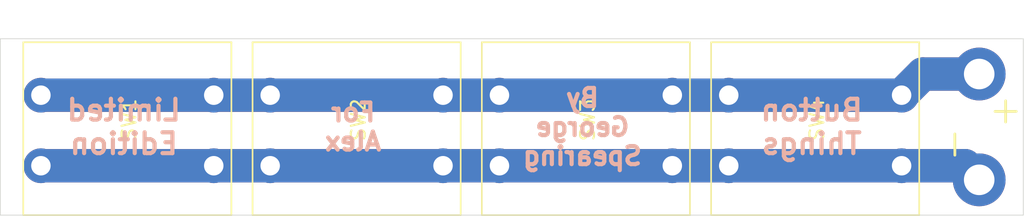
<source format=kicad_pcb>
(kicad_pcb (version 20171130) (host pcbnew 5.1.7-a382d34a8~88~ubuntu18.04.1)

  (general
    (thickness 1.6)
    (drawings 10)
    (tracks 12)
    (zones 0)
    (modules 6)
    (nets 3)
  )

  (page A4)
  (layers
    (0 F.Cu signal)
    (31 B.Cu signal)
    (32 B.Adhes user)
    (33 F.Adhes user)
    (34 B.Paste user)
    (35 F.Paste user)
    (36 B.SilkS user)
    (37 F.SilkS user)
    (38 B.Mask user)
    (39 F.Mask user)
    (40 Dwgs.User user)
    (41 Cmts.User user)
    (42 Eco1.User user)
    (43 Eco2.User user)
    (44 Edge.Cuts user)
    (45 Margin user)
    (46 B.CrtYd user)
    (47 F.CrtYd user)
    (48 B.Fab user hide)
    (49 F.Fab user hide)
  )

  (setup
    (last_trace_width 0.25)
    (user_trace_width 2.4)
    (trace_clearance 0.2)
    (zone_clearance 0.508)
    (zone_45_only no)
    (trace_min 0.2)
    (via_size 0.8)
    (via_drill 0.4)
    (via_min_size 0.4)
    (via_min_drill 0.3)
    (uvia_size 0.3)
    (uvia_drill 0.1)
    (uvias_allowed no)
    (uvia_min_size 0.2)
    (uvia_min_drill 0.1)
    (edge_width 0.05)
    (segment_width 0.2)
    (pcb_text_width 0.3)
    (pcb_text_size 1.5 1.5)
    (mod_edge_width 0.12)
    (mod_text_size 1 1)
    (mod_text_width 0.15)
    (pad_size 1.524 1.524)
    (pad_drill 0.762)
    (pad_to_mask_clearance 0)
    (aux_axis_origin 0 0)
    (visible_elements FFFFFF7F)
    (pcbplotparams
      (layerselection 0x010fc_ffffffff)
      (usegerberextensions false)
      (usegerberattributes true)
      (usegerberadvancedattributes true)
      (creategerberjobfile true)
      (excludeedgelayer true)
      (linewidth 0.100000)
      (plotframeref false)
      (viasonmask false)
      (mode 1)
      (useauxorigin false)
      (hpglpennumber 1)
      (hpglpenspeed 20)
      (hpglpendiameter 15.000000)
      (psnegative false)
      (psa4output false)
      (plotreference true)
      (plotvalue true)
      (plotinvisibletext false)
      (padsonsilk false)
      (subtractmaskfromsilk false)
      (outputformat 1)
      (mirror false)
      (drillshape 0)
      (scaleselection 1)
      (outputdirectory "Switch_Gerber/"))
  )

  (net 0 "")
  (net 1 "Net-(H1-Pad1)")
  (net 2 "Net-(H2-Pad1)")

  (net_class Default "This is the default net class."
    (clearance 0.2)
    (trace_width 0.25)
    (via_dia 0.8)
    (via_drill 0.4)
    (uvia_dia 0.3)
    (uvia_drill 0.1)
    (add_net "Net-(H1-Pad1)")
    (add_net "Net-(H2-Pad1)")
  )

  (module AERO_CUSTOM:button_12mm (layer F.Cu) (tedit 6073CC24) (tstamp 6074324E)
    (at 142.875 81.28)
    (path /6073F1BE)
    (fp_text reference SW4 (at 3.556 8.382 90) (layer F.SilkS)
      (effects (font (size 1 1) (thickness 0.15)))
    )
    (fp_text value SW_Push_Dual (at 0.508 8.636 90) (layer F.Fab)
      (effects (font (size 1 1) (thickness 0.15)))
    )
    (fp_line (start -4.064 15.24) (end -4.064 2.794) (layer F.SilkS) (width 0.12))
    (fp_line (start 10.922 2.794) (end 10.922 15.24) (layer F.SilkS) (width 0.12))
    (fp_line (start 10.922 15.24) (end -4.064 15.24) (layer F.SilkS) (width 0.12))
    (fp_line (start 10.922 2.794) (end -4.064 2.794) (layer F.SilkS) (width 0.12))
    (pad 4 thru_hole circle (at -2.794 11.684) (size 2.5 2.5) (drill 1.4) (layers *.Cu *.Mask)
      (net 2 "Net-(H2-Pad1)"))
    (pad 3 thru_hole circle (at -2.794 6.604) (size 2.5 2.5) (drill 1.4) (layers *.Cu *.Mask)
      (net 1 "Net-(H1-Pad1)"))
    (pad 2 thru_hole circle (at 9.652 11.684) (size 2.5 2.5) (drill 1.4) (layers *.Cu *.Mask)
      (net 2 "Net-(H2-Pad1)"))
    (pad 1 thru_hole circle (at 9.652 6.604) (size 2.5 2.5) (drill 1.4) (layers *.Cu *.Mask)
      (net 1 "Net-(H1-Pad1)"))
    (model "${AERO_3D}/Tactile Push Button THT 12x12mm.stp"
      (offset (xyz 3.5 -9 0))
      (scale (xyz 1 1 1))
      (rotate (xyz 0 0 0))
    )
  )

  (module AERO_CUSTOM:button_12mm (layer F.Cu) (tedit 6073CC24) (tstamp 607431E8)
    (at 126.365 81.28)
    (path /6073C174)
    (fp_text reference SW3 (at 3.556 8.382 90) (layer F.SilkS)
      (effects (font (size 1 1) (thickness 0.15)))
    )
    (fp_text value SW_Push_Dual (at 0.508 8.636 90) (layer F.Fab)
      (effects (font (size 1 1) (thickness 0.15)))
    )
    (fp_line (start -4.064 15.24) (end -4.064 2.794) (layer F.SilkS) (width 0.12))
    (fp_line (start 10.922 2.794) (end 10.922 15.24) (layer F.SilkS) (width 0.12))
    (fp_line (start 10.922 15.24) (end -4.064 15.24) (layer F.SilkS) (width 0.12))
    (fp_line (start 10.922 2.794) (end -4.064 2.794) (layer F.SilkS) (width 0.12))
    (pad 4 thru_hole circle (at -2.794 11.684) (size 2.5 2.5) (drill 1.4) (layers *.Cu *.Mask)
      (net 2 "Net-(H2-Pad1)"))
    (pad 3 thru_hole circle (at -2.794 6.604) (size 2.5 2.5) (drill 1.4) (layers *.Cu *.Mask)
      (net 1 "Net-(H1-Pad1)"))
    (pad 2 thru_hole circle (at 9.652 11.684) (size 2.5 2.5) (drill 1.4) (layers *.Cu *.Mask)
      (net 2 "Net-(H2-Pad1)"))
    (pad 1 thru_hole circle (at 9.652 6.604) (size 2.5 2.5) (drill 1.4) (layers *.Cu *.Mask)
      (net 1 "Net-(H1-Pad1)"))
    (model "${AERO_3D}/Tactile Push Button THT 12x12mm.stp"
      (offset (xyz 3.5 -9 0))
      (scale (xyz 1 1 1))
      (rotate (xyz 0 0 0))
    )
  )

  (module AERO_CUSTOM:button_12mm (layer F.Cu) (tedit 6073CC24) (tstamp 607431DC)
    (at 109.855 81.28)
    (path /6073CAE1)
    (fp_text reference SW2 (at 3.556 8.382 90) (layer F.SilkS)
      (effects (font (size 1 1) (thickness 0.15)))
    )
    (fp_text value SW_Push_Dual (at 0.508 8.636 90) (layer F.Fab)
      (effects (font (size 1 1) (thickness 0.15)))
    )
    (fp_line (start -4.064 15.24) (end -4.064 2.794) (layer F.SilkS) (width 0.12))
    (fp_line (start 10.922 2.794) (end 10.922 15.24) (layer F.SilkS) (width 0.12))
    (fp_line (start 10.922 15.24) (end -4.064 15.24) (layer F.SilkS) (width 0.12))
    (fp_line (start 10.922 2.794) (end -4.064 2.794) (layer F.SilkS) (width 0.12))
    (pad 4 thru_hole circle (at -2.794 11.684) (size 2.5 2.5) (drill 1.4) (layers *.Cu *.Mask)
      (net 2 "Net-(H2-Pad1)"))
    (pad 3 thru_hole circle (at -2.794 6.604) (size 2.5 2.5) (drill 1.4) (layers *.Cu *.Mask)
      (net 1 "Net-(H1-Pad1)"))
    (pad 2 thru_hole circle (at 9.652 11.684) (size 2.5 2.5) (drill 1.4) (layers *.Cu *.Mask)
      (net 2 "Net-(H2-Pad1)"))
    (pad 1 thru_hole circle (at 9.652 6.604) (size 2.5 2.5) (drill 1.4) (layers *.Cu *.Mask)
      (net 1 "Net-(H1-Pad1)"))
    (model "${AERO_3D}/Tactile Push Button THT 12x12mm.stp"
      (offset (xyz 3.5 -9 0))
      (scale (xyz 1 1 1))
      (rotate (xyz 0 0 0))
    )
  )

  (module AERO_CUSTOM:button_12mm (layer F.Cu) (tedit 6073CC24) (tstamp 607431D0)
    (at 93.345 81.28)
    (path /6073DA97)
    (fp_text reference SW1 (at 3.556 8.382 90) (layer F.SilkS)
      (effects (font (size 1 1) (thickness 0.15)))
    )
    (fp_text value SW_Push_Dual (at 0.508 8.636 90) (layer F.Fab)
      (effects (font (size 1 1) (thickness 0.15)))
    )
    (fp_line (start -4.064 15.24) (end -4.064 2.794) (layer F.SilkS) (width 0.12))
    (fp_line (start 10.922 2.794) (end 10.922 15.24) (layer F.SilkS) (width 0.12))
    (fp_line (start 10.922 15.24) (end -4.064 15.24) (layer F.SilkS) (width 0.12))
    (fp_line (start 10.922 2.794) (end -4.064 2.794) (layer F.SilkS) (width 0.12))
    (pad 4 thru_hole circle (at -2.794 11.684) (size 2.5 2.5) (drill 1.4) (layers *.Cu *.Mask)
      (net 2 "Net-(H2-Pad1)"))
    (pad 3 thru_hole circle (at -2.794 6.604) (size 2.5 2.5) (drill 1.4) (layers *.Cu *.Mask)
      (net 1 "Net-(H1-Pad1)"))
    (pad 2 thru_hole circle (at 9.652 11.684) (size 2.5 2.5) (drill 1.4) (layers *.Cu *.Mask)
      (net 2 "Net-(H2-Pad1)"))
    (pad 1 thru_hole circle (at 9.652 6.604) (size 2.5 2.5) (drill 1.4) (layers *.Cu *.Mask)
      (net 1 "Net-(H1-Pad1)"))
    (model "${AERO_3D}/Tactile Push Button THT 12x12mm.stp"
      (offset (xyz 3.5 -9 0))
      (scale (xyz 1 1 1))
      (rotate (xyz 0 0 0))
    )
  )

  (module MountingHole:MountingHole_2.2mm_M2_DIN965_Pad (layer F.Cu) (tedit 56D1B4CB) (tstamp 60742175)
    (at 158.115 93.98)
    (descr "Mounting Hole 2.2mm, M2, DIN965")
    (tags "mounting hole 2.2mm m2 din965")
    (path /6074EA0B)
    (attr virtual)
    (fp_text reference H2 (at -3.175 -2.54) (layer F.SilkS) hide
      (effects (font (size 1 1) (thickness 0.15)))
    )
    (fp_text value MountingHole_Pad (at 0 2.9) (layer F.Fab)
      (effects (font (size 1 1) (thickness 0.15)))
    )
    (fp_circle (center 0 0) (end 2.15 0) (layer F.CrtYd) (width 0.05))
    (fp_circle (center 0 0) (end 1.9 0) (layer Cmts.User) (width 0.15))
    (fp_text user %R (at 0.3 0) (layer F.Fab)
      (effects (font (size 1 1) (thickness 0.15)))
    )
    (pad 1 thru_hole circle (at 0 0) (size 3.8 3.8) (drill 2.2) (layers *.Cu *.Mask)
      (net 2 "Net-(H2-Pad1)"))
  )

  (module MountingHole:MountingHole_2.2mm_M2_DIN965_Pad (layer F.Cu) (tedit 56D1B4CB) (tstamp 607420DB)
    (at 158.115 86.36)
    (descr "Mounting Hole 2.2mm, M2, DIN965")
    (tags "mounting hole 2.2mm m2 din965")
    (path /60742F0F)
    (attr virtual)
    (fp_text reference H1 (at -3.175 -1.905) (layer F.SilkS) hide
      (effects (font (size 1 1) (thickness 0.15)))
    )
    (fp_text value MountingHole_Pad (at 0 2.9) (layer F.Fab)
      (effects (font (size 1 1) (thickness 0.15)))
    )
    (fp_circle (center 0 0) (end 2.15 0) (layer F.CrtYd) (width 0.05))
    (fp_circle (center 0 0) (end 1.9 0) (layer Cmts.User) (width 0.15))
    (fp_text user %R (at 0.3 0) (layer F.Fab)
      (effects (font (size 1 1) (thickness 0.15)))
    )
    (pad 1 thru_hole circle (at 0 0) (size 3.8 3.8) (drill 2.2) (layers *.Cu *.Mask)
      (net 1 "Net-(H1-Pad1)"))
  )

  (gr_text "Limited\nEdition" (at 96.52 90.17) (layer B.SilkS)
    (effects (font (size 1.5 1.5) (thickness 0.3)) (justify mirror))
  )
  (gr_text "For\nAlex" (at 113.03 90.17) (layer B.SilkS)
    (effects (font (size 1.3 1.3) (thickness 0.3)) (justify mirror))
  )
  (gr_text "By\nGeorge\nSpearing" (at 129.54 90.17) (layer B.SilkS)
    (effects (font (size 1.3 1.3) (thickness 0.3)) (justify mirror))
  )
  (gr_text "Button\nThings" (at 146.05 90.17) (layer B.SilkS)
    (effects (font (size 1.5 1.5) (thickness 0.3)) (justify mirror))
  )
  (gr_line (start 87.63 83.82) (end 161.29 83.82) (layer Edge.Cuts) (width 0.05) (tstamp 60743329))
  (gr_line (start 87.63 96.52) (end 87.63 83.82) (layer Edge.Cuts) (width 0.05))
  (gr_line (start 161.29 96.52) (end 87.63 96.52) (layer Edge.Cuts) (width 0.05))
  (gr_line (start 161.29 83.82) (end 161.29 96.52) (layer Edge.Cuts) (width 0.05))
  (gr_text - (at 156.21 91.44 90) (layer F.SilkS)
    (effects (font (size 2 2) (thickness 0.2)))
  )
  (gr_text + (at 160.02 88.9) (layer F.SilkS)
    (effects (font (size 2 2) (thickness 0.2)))
  )

  (segment (start 154.051 86.36) (end 152.527 87.884) (width 2.4) (layer F.Cu) (net 1))
  (segment (start 158.115 86.36) (end 154.051 86.36) (width 2.4) (layer F.Cu) (net 1))
  (segment (start 152.527 87.884) (end 90.551 87.884) (width 2.4) (layer F.Cu) (net 1))
  (segment (start 154.051 86.36) (end 152.527 87.884) (width 2.4) (layer B.Cu) (net 1))
  (segment (start 158.115 86.36) (end 154.051 86.36) (width 2.4) (layer B.Cu) (net 1))
  (segment (start 152.527 87.884) (end 90.551 87.884) (width 2.4) (layer B.Cu) (net 1))
  (segment (start 90.551 92.964) (end 152.527 92.964) (width 2.4) (layer F.Cu) (net 2))
  (segment (start 157.099 92.964) (end 158.115 93.98) (width 2.4) (layer F.Cu) (net 2))
  (segment (start 152.527 92.964) (end 157.099 92.964) (width 2.4) (layer F.Cu) (net 2))
  (segment (start 152.527 92.964) (end 90.551 92.964) (width 2.4) (layer B.Cu) (net 2))
  (segment (start 157.099 92.964) (end 158.115 93.98) (width 2.4) (layer B.Cu) (net 2))
  (segment (start 152.527 92.964) (end 157.099 92.964) (width 2.4) (layer B.Cu) (net 2))

)

</source>
